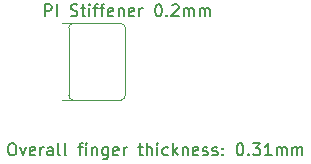
<source format=gbr>
%TF.GenerationSoftware,KiCad,Pcbnew,8.0.2*%
%TF.CreationDate,2024-05-05T22:58:05+02:00*%
%TF.ProjectId,PA3194G822_R01,50413331-3934-4473-9832-325f5230312e,A*%
%TF.SameCoordinates,Original*%
%TF.FileFunction,Other,User*%
%FSLAX46Y46*%
G04 Gerber Fmt 4.6, Leading zero omitted, Abs format (unit mm)*
G04 Created by KiCad (PCBNEW 8.0.2) date 2024-05-05 22:58:05*
%MOMM*%
%LPD*%
G01*
G04 APERTURE LIST*
%ADD10C,0.050000*%
%ADD11C,0.150000*%
G04 APERTURE END LIST*
D10*
X156800000Y-96750000D02*
X151800000Y-96750000D01*
X157200000Y-102850000D02*
G75*
G02*
X156800000Y-103250000I-400000J0D01*
G01*
X157200000Y-97150000D02*
X157200000Y-102850000D01*
X152800000Y-103250000D02*
G75*
G02*
X152400000Y-102850000I0J400000D01*
G01*
X152400000Y-97150000D02*
G75*
G02*
X152800000Y-96750000I400000J0D01*
G01*
X156800000Y-96750000D02*
G75*
G02*
X157200000Y-97150000I0J-400000D01*
G01*
X151800000Y-103250000D02*
X156800000Y-103250000D01*
X152400000Y-102850000D02*
X152400000Y-97150000D01*
D11*
X147527255Y-106919819D02*
X147717731Y-106919819D01*
X147717731Y-106919819D02*
X147812969Y-106967438D01*
X147812969Y-106967438D02*
X147908207Y-107062676D01*
X147908207Y-107062676D02*
X147955826Y-107253152D01*
X147955826Y-107253152D02*
X147955826Y-107586485D01*
X147955826Y-107586485D02*
X147908207Y-107776961D01*
X147908207Y-107776961D02*
X147812969Y-107872200D01*
X147812969Y-107872200D02*
X147717731Y-107919819D01*
X147717731Y-107919819D02*
X147527255Y-107919819D01*
X147527255Y-107919819D02*
X147432017Y-107872200D01*
X147432017Y-107872200D02*
X147336779Y-107776961D01*
X147336779Y-107776961D02*
X147289160Y-107586485D01*
X147289160Y-107586485D02*
X147289160Y-107253152D01*
X147289160Y-107253152D02*
X147336779Y-107062676D01*
X147336779Y-107062676D02*
X147432017Y-106967438D01*
X147432017Y-106967438D02*
X147527255Y-106919819D01*
X148289160Y-107253152D02*
X148527255Y-107919819D01*
X148527255Y-107919819D02*
X148765350Y-107253152D01*
X149527255Y-107872200D02*
X149432017Y-107919819D01*
X149432017Y-107919819D02*
X149241541Y-107919819D01*
X149241541Y-107919819D02*
X149146303Y-107872200D01*
X149146303Y-107872200D02*
X149098684Y-107776961D01*
X149098684Y-107776961D02*
X149098684Y-107396009D01*
X149098684Y-107396009D02*
X149146303Y-107300771D01*
X149146303Y-107300771D02*
X149241541Y-107253152D01*
X149241541Y-107253152D02*
X149432017Y-107253152D01*
X149432017Y-107253152D02*
X149527255Y-107300771D01*
X149527255Y-107300771D02*
X149574874Y-107396009D01*
X149574874Y-107396009D02*
X149574874Y-107491247D01*
X149574874Y-107491247D02*
X149098684Y-107586485D01*
X150003446Y-107919819D02*
X150003446Y-107253152D01*
X150003446Y-107443628D02*
X150051065Y-107348390D01*
X150051065Y-107348390D02*
X150098684Y-107300771D01*
X150098684Y-107300771D02*
X150193922Y-107253152D01*
X150193922Y-107253152D02*
X150289160Y-107253152D01*
X151051065Y-107919819D02*
X151051065Y-107396009D01*
X151051065Y-107396009D02*
X151003446Y-107300771D01*
X151003446Y-107300771D02*
X150908208Y-107253152D01*
X150908208Y-107253152D02*
X150717732Y-107253152D01*
X150717732Y-107253152D02*
X150622494Y-107300771D01*
X151051065Y-107872200D02*
X150955827Y-107919819D01*
X150955827Y-107919819D02*
X150717732Y-107919819D01*
X150717732Y-107919819D02*
X150622494Y-107872200D01*
X150622494Y-107872200D02*
X150574875Y-107776961D01*
X150574875Y-107776961D02*
X150574875Y-107681723D01*
X150574875Y-107681723D02*
X150622494Y-107586485D01*
X150622494Y-107586485D02*
X150717732Y-107538866D01*
X150717732Y-107538866D02*
X150955827Y-107538866D01*
X150955827Y-107538866D02*
X151051065Y-107491247D01*
X151670113Y-107919819D02*
X151574875Y-107872200D01*
X151574875Y-107872200D02*
X151527256Y-107776961D01*
X151527256Y-107776961D02*
X151527256Y-106919819D01*
X152193923Y-107919819D02*
X152098685Y-107872200D01*
X152098685Y-107872200D02*
X152051066Y-107776961D01*
X152051066Y-107776961D02*
X152051066Y-106919819D01*
X153193924Y-107253152D02*
X153574876Y-107253152D01*
X153336781Y-107919819D02*
X153336781Y-107062676D01*
X153336781Y-107062676D02*
X153384400Y-106967438D01*
X153384400Y-106967438D02*
X153479638Y-106919819D01*
X153479638Y-106919819D02*
X153574876Y-106919819D01*
X153908210Y-107919819D02*
X153908210Y-107253152D01*
X153908210Y-106919819D02*
X153860591Y-106967438D01*
X153860591Y-106967438D02*
X153908210Y-107015057D01*
X153908210Y-107015057D02*
X153955829Y-106967438D01*
X153955829Y-106967438D02*
X153908210Y-106919819D01*
X153908210Y-106919819D02*
X153908210Y-107015057D01*
X154384400Y-107253152D02*
X154384400Y-107919819D01*
X154384400Y-107348390D02*
X154432019Y-107300771D01*
X154432019Y-107300771D02*
X154527257Y-107253152D01*
X154527257Y-107253152D02*
X154670114Y-107253152D01*
X154670114Y-107253152D02*
X154765352Y-107300771D01*
X154765352Y-107300771D02*
X154812971Y-107396009D01*
X154812971Y-107396009D02*
X154812971Y-107919819D01*
X155717733Y-107253152D02*
X155717733Y-108062676D01*
X155717733Y-108062676D02*
X155670114Y-108157914D01*
X155670114Y-108157914D02*
X155622495Y-108205533D01*
X155622495Y-108205533D02*
X155527257Y-108253152D01*
X155527257Y-108253152D02*
X155384400Y-108253152D01*
X155384400Y-108253152D02*
X155289162Y-108205533D01*
X155717733Y-107872200D02*
X155622495Y-107919819D01*
X155622495Y-107919819D02*
X155432019Y-107919819D01*
X155432019Y-107919819D02*
X155336781Y-107872200D01*
X155336781Y-107872200D02*
X155289162Y-107824580D01*
X155289162Y-107824580D02*
X155241543Y-107729342D01*
X155241543Y-107729342D02*
X155241543Y-107443628D01*
X155241543Y-107443628D02*
X155289162Y-107348390D01*
X155289162Y-107348390D02*
X155336781Y-107300771D01*
X155336781Y-107300771D02*
X155432019Y-107253152D01*
X155432019Y-107253152D02*
X155622495Y-107253152D01*
X155622495Y-107253152D02*
X155717733Y-107300771D01*
X156574876Y-107872200D02*
X156479638Y-107919819D01*
X156479638Y-107919819D02*
X156289162Y-107919819D01*
X156289162Y-107919819D02*
X156193924Y-107872200D01*
X156193924Y-107872200D02*
X156146305Y-107776961D01*
X156146305Y-107776961D02*
X156146305Y-107396009D01*
X156146305Y-107396009D02*
X156193924Y-107300771D01*
X156193924Y-107300771D02*
X156289162Y-107253152D01*
X156289162Y-107253152D02*
X156479638Y-107253152D01*
X156479638Y-107253152D02*
X156574876Y-107300771D01*
X156574876Y-107300771D02*
X156622495Y-107396009D01*
X156622495Y-107396009D02*
X156622495Y-107491247D01*
X156622495Y-107491247D02*
X156146305Y-107586485D01*
X157051067Y-107919819D02*
X157051067Y-107253152D01*
X157051067Y-107443628D02*
X157098686Y-107348390D01*
X157098686Y-107348390D02*
X157146305Y-107300771D01*
X157146305Y-107300771D02*
X157241543Y-107253152D01*
X157241543Y-107253152D02*
X157336781Y-107253152D01*
X158289163Y-107253152D02*
X158670115Y-107253152D01*
X158432020Y-106919819D02*
X158432020Y-107776961D01*
X158432020Y-107776961D02*
X158479639Y-107872200D01*
X158479639Y-107872200D02*
X158574877Y-107919819D01*
X158574877Y-107919819D02*
X158670115Y-107919819D01*
X159003449Y-107919819D02*
X159003449Y-106919819D01*
X159432020Y-107919819D02*
X159432020Y-107396009D01*
X159432020Y-107396009D02*
X159384401Y-107300771D01*
X159384401Y-107300771D02*
X159289163Y-107253152D01*
X159289163Y-107253152D02*
X159146306Y-107253152D01*
X159146306Y-107253152D02*
X159051068Y-107300771D01*
X159051068Y-107300771D02*
X159003449Y-107348390D01*
X159908211Y-107919819D02*
X159908211Y-107253152D01*
X159908211Y-106919819D02*
X159860592Y-106967438D01*
X159860592Y-106967438D02*
X159908211Y-107015057D01*
X159908211Y-107015057D02*
X159955830Y-106967438D01*
X159955830Y-106967438D02*
X159908211Y-106919819D01*
X159908211Y-106919819D02*
X159908211Y-107015057D01*
X160812972Y-107872200D02*
X160717734Y-107919819D01*
X160717734Y-107919819D02*
X160527258Y-107919819D01*
X160527258Y-107919819D02*
X160432020Y-107872200D01*
X160432020Y-107872200D02*
X160384401Y-107824580D01*
X160384401Y-107824580D02*
X160336782Y-107729342D01*
X160336782Y-107729342D02*
X160336782Y-107443628D01*
X160336782Y-107443628D02*
X160384401Y-107348390D01*
X160384401Y-107348390D02*
X160432020Y-107300771D01*
X160432020Y-107300771D02*
X160527258Y-107253152D01*
X160527258Y-107253152D02*
X160717734Y-107253152D01*
X160717734Y-107253152D02*
X160812972Y-107300771D01*
X161241544Y-107919819D02*
X161241544Y-106919819D01*
X161336782Y-107538866D02*
X161622496Y-107919819D01*
X161622496Y-107253152D02*
X161241544Y-107634104D01*
X162051068Y-107253152D02*
X162051068Y-107919819D01*
X162051068Y-107348390D02*
X162098687Y-107300771D01*
X162098687Y-107300771D02*
X162193925Y-107253152D01*
X162193925Y-107253152D02*
X162336782Y-107253152D01*
X162336782Y-107253152D02*
X162432020Y-107300771D01*
X162432020Y-107300771D02*
X162479639Y-107396009D01*
X162479639Y-107396009D02*
X162479639Y-107919819D01*
X163336782Y-107872200D02*
X163241544Y-107919819D01*
X163241544Y-107919819D02*
X163051068Y-107919819D01*
X163051068Y-107919819D02*
X162955830Y-107872200D01*
X162955830Y-107872200D02*
X162908211Y-107776961D01*
X162908211Y-107776961D02*
X162908211Y-107396009D01*
X162908211Y-107396009D02*
X162955830Y-107300771D01*
X162955830Y-107300771D02*
X163051068Y-107253152D01*
X163051068Y-107253152D02*
X163241544Y-107253152D01*
X163241544Y-107253152D02*
X163336782Y-107300771D01*
X163336782Y-107300771D02*
X163384401Y-107396009D01*
X163384401Y-107396009D02*
X163384401Y-107491247D01*
X163384401Y-107491247D02*
X162908211Y-107586485D01*
X163765354Y-107872200D02*
X163860592Y-107919819D01*
X163860592Y-107919819D02*
X164051068Y-107919819D01*
X164051068Y-107919819D02*
X164146306Y-107872200D01*
X164146306Y-107872200D02*
X164193925Y-107776961D01*
X164193925Y-107776961D02*
X164193925Y-107729342D01*
X164193925Y-107729342D02*
X164146306Y-107634104D01*
X164146306Y-107634104D02*
X164051068Y-107586485D01*
X164051068Y-107586485D02*
X163908211Y-107586485D01*
X163908211Y-107586485D02*
X163812973Y-107538866D01*
X163812973Y-107538866D02*
X163765354Y-107443628D01*
X163765354Y-107443628D02*
X163765354Y-107396009D01*
X163765354Y-107396009D02*
X163812973Y-107300771D01*
X163812973Y-107300771D02*
X163908211Y-107253152D01*
X163908211Y-107253152D02*
X164051068Y-107253152D01*
X164051068Y-107253152D02*
X164146306Y-107300771D01*
X164574878Y-107872200D02*
X164670116Y-107919819D01*
X164670116Y-107919819D02*
X164860592Y-107919819D01*
X164860592Y-107919819D02*
X164955830Y-107872200D01*
X164955830Y-107872200D02*
X165003449Y-107776961D01*
X165003449Y-107776961D02*
X165003449Y-107729342D01*
X165003449Y-107729342D02*
X164955830Y-107634104D01*
X164955830Y-107634104D02*
X164860592Y-107586485D01*
X164860592Y-107586485D02*
X164717735Y-107586485D01*
X164717735Y-107586485D02*
X164622497Y-107538866D01*
X164622497Y-107538866D02*
X164574878Y-107443628D01*
X164574878Y-107443628D02*
X164574878Y-107396009D01*
X164574878Y-107396009D02*
X164622497Y-107300771D01*
X164622497Y-107300771D02*
X164717735Y-107253152D01*
X164717735Y-107253152D02*
X164860592Y-107253152D01*
X164860592Y-107253152D02*
X164955830Y-107300771D01*
X165432021Y-107824580D02*
X165479640Y-107872200D01*
X165479640Y-107872200D02*
X165432021Y-107919819D01*
X165432021Y-107919819D02*
X165384402Y-107872200D01*
X165384402Y-107872200D02*
X165432021Y-107824580D01*
X165432021Y-107824580D02*
X165432021Y-107919819D01*
X165432021Y-107300771D02*
X165479640Y-107348390D01*
X165479640Y-107348390D02*
X165432021Y-107396009D01*
X165432021Y-107396009D02*
X165384402Y-107348390D01*
X165384402Y-107348390D02*
X165432021Y-107300771D01*
X165432021Y-107300771D02*
X165432021Y-107396009D01*
X166860592Y-106919819D02*
X166955830Y-106919819D01*
X166955830Y-106919819D02*
X167051068Y-106967438D01*
X167051068Y-106967438D02*
X167098687Y-107015057D01*
X167098687Y-107015057D02*
X167146306Y-107110295D01*
X167146306Y-107110295D02*
X167193925Y-107300771D01*
X167193925Y-107300771D02*
X167193925Y-107538866D01*
X167193925Y-107538866D02*
X167146306Y-107729342D01*
X167146306Y-107729342D02*
X167098687Y-107824580D01*
X167098687Y-107824580D02*
X167051068Y-107872200D01*
X167051068Y-107872200D02*
X166955830Y-107919819D01*
X166955830Y-107919819D02*
X166860592Y-107919819D01*
X166860592Y-107919819D02*
X166765354Y-107872200D01*
X166765354Y-107872200D02*
X166717735Y-107824580D01*
X166717735Y-107824580D02*
X166670116Y-107729342D01*
X166670116Y-107729342D02*
X166622497Y-107538866D01*
X166622497Y-107538866D02*
X166622497Y-107300771D01*
X166622497Y-107300771D02*
X166670116Y-107110295D01*
X166670116Y-107110295D02*
X166717735Y-107015057D01*
X166717735Y-107015057D02*
X166765354Y-106967438D01*
X166765354Y-106967438D02*
X166860592Y-106919819D01*
X167622497Y-107824580D02*
X167670116Y-107872200D01*
X167670116Y-107872200D02*
X167622497Y-107919819D01*
X167622497Y-107919819D02*
X167574878Y-107872200D01*
X167574878Y-107872200D02*
X167622497Y-107824580D01*
X167622497Y-107824580D02*
X167622497Y-107919819D01*
X168003449Y-106919819D02*
X168622496Y-106919819D01*
X168622496Y-106919819D02*
X168289163Y-107300771D01*
X168289163Y-107300771D02*
X168432020Y-107300771D01*
X168432020Y-107300771D02*
X168527258Y-107348390D01*
X168527258Y-107348390D02*
X168574877Y-107396009D01*
X168574877Y-107396009D02*
X168622496Y-107491247D01*
X168622496Y-107491247D02*
X168622496Y-107729342D01*
X168622496Y-107729342D02*
X168574877Y-107824580D01*
X168574877Y-107824580D02*
X168527258Y-107872200D01*
X168527258Y-107872200D02*
X168432020Y-107919819D01*
X168432020Y-107919819D02*
X168146306Y-107919819D01*
X168146306Y-107919819D02*
X168051068Y-107872200D01*
X168051068Y-107872200D02*
X168003449Y-107824580D01*
X169574877Y-107919819D02*
X169003449Y-107919819D01*
X169289163Y-107919819D02*
X169289163Y-106919819D01*
X169289163Y-106919819D02*
X169193925Y-107062676D01*
X169193925Y-107062676D02*
X169098687Y-107157914D01*
X169098687Y-107157914D02*
X169003449Y-107205533D01*
X170003449Y-107919819D02*
X170003449Y-107253152D01*
X170003449Y-107348390D02*
X170051068Y-107300771D01*
X170051068Y-107300771D02*
X170146306Y-107253152D01*
X170146306Y-107253152D02*
X170289163Y-107253152D01*
X170289163Y-107253152D02*
X170384401Y-107300771D01*
X170384401Y-107300771D02*
X170432020Y-107396009D01*
X170432020Y-107396009D02*
X170432020Y-107919819D01*
X170432020Y-107396009D02*
X170479639Y-107300771D01*
X170479639Y-107300771D02*
X170574877Y-107253152D01*
X170574877Y-107253152D02*
X170717734Y-107253152D01*
X170717734Y-107253152D02*
X170812973Y-107300771D01*
X170812973Y-107300771D02*
X170860592Y-107396009D01*
X170860592Y-107396009D02*
X170860592Y-107919819D01*
X171336782Y-107919819D02*
X171336782Y-107253152D01*
X171336782Y-107348390D02*
X171384401Y-107300771D01*
X171384401Y-107300771D02*
X171479639Y-107253152D01*
X171479639Y-107253152D02*
X171622496Y-107253152D01*
X171622496Y-107253152D02*
X171717734Y-107300771D01*
X171717734Y-107300771D02*
X171765353Y-107396009D01*
X171765353Y-107396009D02*
X171765353Y-107919819D01*
X171765353Y-107396009D02*
X171812972Y-107300771D01*
X171812972Y-107300771D02*
X171908210Y-107253152D01*
X171908210Y-107253152D02*
X172051067Y-107253152D01*
X172051067Y-107253152D02*
X172146306Y-107300771D01*
X172146306Y-107300771D02*
X172193925Y-107396009D01*
X172193925Y-107396009D02*
X172193925Y-107919819D01*
X150386779Y-96144819D02*
X150386779Y-95144819D01*
X150386779Y-95144819D02*
X150767731Y-95144819D01*
X150767731Y-95144819D02*
X150862969Y-95192438D01*
X150862969Y-95192438D02*
X150910588Y-95240057D01*
X150910588Y-95240057D02*
X150958207Y-95335295D01*
X150958207Y-95335295D02*
X150958207Y-95478152D01*
X150958207Y-95478152D02*
X150910588Y-95573390D01*
X150910588Y-95573390D02*
X150862969Y-95621009D01*
X150862969Y-95621009D02*
X150767731Y-95668628D01*
X150767731Y-95668628D02*
X150386779Y-95668628D01*
X151386779Y-96144819D02*
X151386779Y-95144819D01*
X152577255Y-96097200D02*
X152720112Y-96144819D01*
X152720112Y-96144819D02*
X152958207Y-96144819D01*
X152958207Y-96144819D02*
X153053445Y-96097200D01*
X153053445Y-96097200D02*
X153101064Y-96049580D01*
X153101064Y-96049580D02*
X153148683Y-95954342D01*
X153148683Y-95954342D02*
X153148683Y-95859104D01*
X153148683Y-95859104D02*
X153101064Y-95763866D01*
X153101064Y-95763866D02*
X153053445Y-95716247D01*
X153053445Y-95716247D02*
X152958207Y-95668628D01*
X152958207Y-95668628D02*
X152767731Y-95621009D01*
X152767731Y-95621009D02*
X152672493Y-95573390D01*
X152672493Y-95573390D02*
X152624874Y-95525771D01*
X152624874Y-95525771D02*
X152577255Y-95430533D01*
X152577255Y-95430533D02*
X152577255Y-95335295D01*
X152577255Y-95335295D02*
X152624874Y-95240057D01*
X152624874Y-95240057D02*
X152672493Y-95192438D01*
X152672493Y-95192438D02*
X152767731Y-95144819D01*
X152767731Y-95144819D02*
X153005826Y-95144819D01*
X153005826Y-95144819D02*
X153148683Y-95192438D01*
X153434398Y-95478152D02*
X153815350Y-95478152D01*
X153577255Y-95144819D02*
X153577255Y-96001961D01*
X153577255Y-96001961D02*
X153624874Y-96097200D01*
X153624874Y-96097200D02*
X153720112Y-96144819D01*
X153720112Y-96144819D02*
X153815350Y-96144819D01*
X154148684Y-96144819D02*
X154148684Y-95478152D01*
X154148684Y-95144819D02*
X154101065Y-95192438D01*
X154101065Y-95192438D02*
X154148684Y-95240057D01*
X154148684Y-95240057D02*
X154196303Y-95192438D01*
X154196303Y-95192438D02*
X154148684Y-95144819D01*
X154148684Y-95144819D02*
X154148684Y-95240057D01*
X154482017Y-95478152D02*
X154862969Y-95478152D01*
X154624874Y-96144819D02*
X154624874Y-95287676D01*
X154624874Y-95287676D02*
X154672493Y-95192438D01*
X154672493Y-95192438D02*
X154767731Y-95144819D01*
X154767731Y-95144819D02*
X154862969Y-95144819D01*
X155053446Y-95478152D02*
X155434398Y-95478152D01*
X155196303Y-96144819D02*
X155196303Y-95287676D01*
X155196303Y-95287676D02*
X155243922Y-95192438D01*
X155243922Y-95192438D02*
X155339160Y-95144819D01*
X155339160Y-95144819D02*
X155434398Y-95144819D01*
X156148684Y-96097200D02*
X156053446Y-96144819D01*
X156053446Y-96144819D02*
X155862970Y-96144819D01*
X155862970Y-96144819D02*
X155767732Y-96097200D01*
X155767732Y-96097200D02*
X155720113Y-96001961D01*
X155720113Y-96001961D02*
X155720113Y-95621009D01*
X155720113Y-95621009D02*
X155767732Y-95525771D01*
X155767732Y-95525771D02*
X155862970Y-95478152D01*
X155862970Y-95478152D02*
X156053446Y-95478152D01*
X156053446Y-95478152D02*
X156148684Y-95525771D01*
X156148684Y-95525771D02*
X156196303Y-95621009D01*
X156196303Y-95621009D02*
X156196303Y-95716247D01*
X156196303Y-95716247D02*
X155720113Y-95811485D01*
X156624875Y-95478152D02*
X156624875Y-96144819D01*
X156624875Y-95573390D02*
X156672494Y-95525771D01*
X156672494Y-95525771D02*
X156767732Y-95478152D01*
X156767732Y-95478152D02*
X156910589Y-95478152D01*
X156910589Y-95478152D02*
X157005827Y-95525771D01*
X157005827Y-95525771D02*
X157053446Y-95621009D01*
X157053446Y-95621009D02*
X157053446Y-96144819D01*
X157910589Y-96097200D02*
X157815351Y-96144819D01*
X157815351Y-96144819D02*
X157624875Y-96144819D01*
X157624875Y-96144819D02*
X157529637Y-96097200D01*
X157529637Y-96097200D02*
X157482018Y-96001961D01*
X157482018Y-96001961D02*
X157482018Y-95621009D01*
X157482018Y-95621009D02*
X157529637Y-95525771D01*
X157529637Y-95525771D02*
X157624875Y-95478152D01*
X157624875Y-95478152D02*
X157815351Y-95478152D01*
X157815351Y-95478152D02*
X157910589Y-95525771D01*
X157910589Y-95525771D02*
X157958208Y-95621009D01*
X157958208Y-95621009D02*
X157958208Y-95716247D01*
X157958208Y-95716247D02*
X157482018Y-95811485D01*
X158386780Y-96144819D02*
X158386780Y-95478152D01*
X158386780Y-95668628D02*
X158434399Y-95573390D01*
X158434399Y-95573390D02*
X158482018Y-95525771D01*
X158482018Y-95525771D02*
X158577256Y-95478152D01*
X158577256Y-95478152D02*
X158672494Y-95478152D01*
X159958209Y-95144819D02*
X160053447Y-95144819D01*
X160053447Y-95144819D02*
X160148685Y-95192438D01*
X160148685Y-95192438D02*
X160196304Y-95240057D01*
X160196304Y-95240057D02*
X160243923Y-95335295D01*
X160243923Y-95335295D02*
X160291542Y-95525771D01*
X160291542Y-95525771D02*
X160291542Y-95763866D01*
X160291542Y-95763866D02*
X160243923Y-95954342D01*
X160243923Y-95954342D02*
X160196304Y-96049580D01*
X160196304Y-96049580D02*
X160148685Y-96097200D01*
X160148685Y-96097200D02*
X160053447Y-96144819D01*
X160053447Y-96144819D02*
X159958209Y-96144819D01*
X159958209Y-96144819D02*
X159862971Y-96097200D01*
X159862971Y-96097200D02*
X159815352Y-96049580D01*
X159815352Y-96049580D02*
X159767733Y-95954342D01*
X159767733Y-95954342D02*
X159720114Y-95763866D01*
X159720114Y-95763866D02*
X159720114Y-95525771D01*
X159720114Y-95525771D02*
X159767733Y-95335295D01*
X159767733Y-95335295D02*
X159815352Y-95240057D01*
X159815352Y-95240057D02*
X159862971Y-95192438D01*
X159862971Y-95192438D02*
X159958209Y-95144819D01*
X160720114Y-96049580D02*
X160767733Y-96097200D01*
X160767733Y-96097200D02*
X160720114Y-96144819D01*
X160720114Y-96144819D02*
X160672495Y-96097200D01*
X160672495Y-96097200D02*
X160720114Y-96049580D01*
X160720114Y-96049580D02*
X160720114Y-96144819D01*
X161148685Y-95240057D02*
X161196304Y-95192438D01*
X161196304Y-95192438D02*
X161291542Y-95144819D01*
X161291542Y-95144819D02*
X161529637Y-95144819D01*
X161529637Y-95144819D02*
X161624875Y-95192438D01*
X161624875Y-95192438D02*
X161672494Y-95240057D01*
X161672494Y-95240057D02*
X161720113Y-95335295D01*
X161720113Y-95335295D02*
X161720113Y-95430533D01*
X161720113Y-95430533D02*
X161672494Y-95573390D01*
X161672494Y-95573390D02*
X161101066Y-96144819D01*
X161101066Y-96144819D02*
X161720113Y-96144819D01*
X162148685Y-96144819D02*
X162148685Y-95478152D01*
X162148685Y-95573390D02*
X162196304Y-95525771D01*
X162196304Y-95525771D02*
X162291542Y-95478152D01*
X162291542Y-95478152D02*
X162434399Y-95478152D01*
X162434399Y-95478152D02*
X162529637Y-95525771D01*
X162529637Y-95525771D02*
X162577256Y-95621009D01*
X162577256Y-95621009D02*
X162577256Y-96144819D01*
X162577256Y-95621009D02*
X162624875Y-95525771D01*
X162624875Y-95525771D02*
X162720113Y-95478152D01*
X162720113Y-95478152D02*
X162862970Y-95478152D01*
X162862970Y-95478152D02*
X162958209Y-95525771D01*
X162958209Y-95525771D02*
X163005828Y-95621009D01*
X163005828Y-95621009D02*
X163005828Y-96144819D01*
X163482018Y-96144819D02*
X163482018Y-95478152D01*
X163482018Y-95573390D02*
X163529637Y-95525771D01*
X163529637Y-95525771D02*
X163624875Y-95478152D01*
X163624875Y-95478152D02*
X163767732Y-95478152D01*
X163767732Y-95478152D02*
X163862970Y-95525771D01*
X163862970Y-95525771D02*
X163910589Y-95621009D01*
X163910589Y-95621009D02*
X163910589Y-96144819D01*
X163910589Y-95621009D02*
X163958208Y-95525771D01*
X163958208Y-95525771D02*
X164053446Y-95478152D01*
X164053446Y-95478152D02*
X164196303Y-95478152D01*
X164196303Y-95478152D02*
X164291542Y-95525771D01*
X164291542Y-95525771D02*
X164339161Y-95621009D01*
X164339161Y-95621009D02*
X164339161Y-96144819D01*
M02*

</source>
